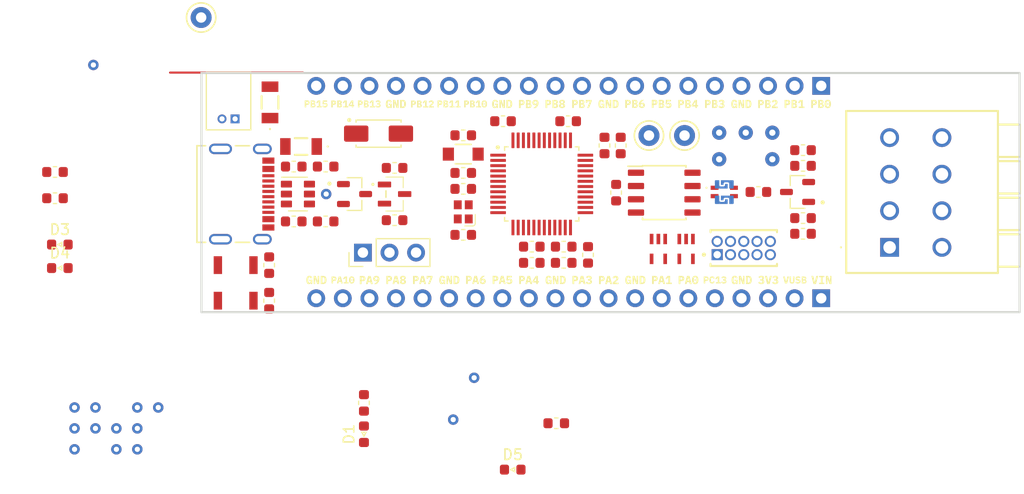
<source format=kicad_pcb>
(kicad_pcb (version 20221018) (generator pcbnew)
  (layers (0 "F.Cu" signal) (31 "B.Cu" signal) (34 "B.Paste" user) (35 "F.Paste" user) (36 "B.SilkS" user "B.Silkscreen") (37 "F.SilkS" user "F.Silkscreen") (38 "B.Mask" user) (39 "F.Mask" user) (44 "Edge.Cuts" user))
  (net 0 "")
  (net 1 "GND")
  (net 2 "+3V3")
  (net 3 "/PB5")
  (net 4 "/PB10")
  (net 5 "/PB11")
  (net 6 "/PB12")
  (net 7 "/PB13")
  (net 8 "Net-(U1-Vin)")
  (net 9 "Net-(C15-Pad1)")
  (net 10 "Net-(JP2-A)")
  (net 11 "Net-(JP1-B)")
  (net 12 "/nRESET")
  (net 13 "Net-(D1-Pad2)")
  (net 14 "+VIN")
  (net 15 "+VUSB")
  (net 16 "/DP_IN")
  (net 17 "/DN_IN")
  (net 18 "/USB_DN")
  (net 19 "/USB_DP")
  (net 20 "/NC{slash}TDI")
  (net 21 "/SWO{slash}TDO")
  (net 22 "/SWCLK{slash}TCLK")
  (net 23 "/UART_TX")
  (net 24 "/UART_RX")
  (net 25 "Net-(D3-Pad2)")
  (net 26 "Net-(D4-Pad2)")
  (net 27 "Net-(D5-Pad2)")
  (net 28 "Net-(J1-VBUS1)")
  (net 29 "Net-(JP1-A)")
  (net 30 "Net-(JP2-B)")
  (net 31 "/PC13")
  (net 32 "/OSC32_IN")
  (net 33 "/OSC32_OUT")
  (net 34 "/OSC_IN")
  (net 35 "/OSC_OUT")
  (net 36 "/PA0")
  (net 37 "/PA1")
  (net 38 "/PA4")
  (net 39 "/PA5")
  (net 40 "/PA6")
  (net 41 "/PA7")
  (net 42 "/PB0")
  (net 43 "/PB1")
  (net 44 "/PB2")
  (net 45 "/PB14")
  (net 46 "/PB15")
  (net 47 "/PA8")
  (net 48 "/PA9")
  (net 49 "/PA10")
  (net 50 "Net-(IC1-PA11)")
  (net 51 "Net-(IC1-PA12)")
  (net 52 "/SWDIO{slash}TMS")
  (net 53 "Net-(IC1-PA15)")
  (net 54 "/PB4")
  (net 55 "/CAN_SHDN")
  (net 56 "/CAN_STB")
  (net 57 "/CAN_RX{slash}BOOT")
  (net 58 "/CAN_TX")
  (net 59 "Net-(J3-Pin_2)")
  (net 60 "Net-(J1-CC1)")
  (net 62 "Net-(J1-CC2)")
  (net 64 "Net-(R11-Pad1)")
  (net 65 "Net-(R8-Pad1)")
  (footprint "kibuzzard-670C854F" (layer "F.Cu") (at 181.08 89.01)
    (fp_text reference "kibuzzard-670C854F" hide)
    (fp_text value "G***" hide)
  )
  (footprint "footprints:TestPoint_Hole_D1mm" (layer "F.Cu") (at 116.27 120.05)
    (fp_text reference "TP8" hide)
    (fp_text value "TestPoint_Probe")
    (pad "1" thru_hole circle (at 0 0) (size 1 1) (drill 0.5) (layers "*.Cu" "*.Mask") (net 21 "/SWO{slash}TDO"))
  )
  (footprint "footprints:TestPoint_Hole_D1mm" (layer "F.Cu") (at 112.27 118.05)
    (fp_text reference "TP1" hide)
    (fp_text value "TestPoint_Probe")
    (pad "1" thru_hole circle (at 0 0) (size 1 1) (drill 0.5) (layers "*.Cu" "*.Mask") (net 18 "/USB_DN"))
  )
  (footprint "footprints:R_0603_1608Metric" (layer "F.Cu") (at 181.8925 93.43 180)
    (fp_text reference "R11" hide)
    (fp_text value "R_60.4" hide)
    (pad "1" smd roundrect (at -0.7875 0 180) (size 0.875 0.95) (layers "F.Cu" "F.Paste" "F.Mask") (net 64 "Net-(R11-Pad1)"))
    (pad "2" smd roundrect (at 0.7875 0 180) (size 0.875 0.95) (layers "F.Cu" "F.Paste" "F.Mask") (net 9 "Net-(C15-Pad1)"))
  )
  (footprint "footprints:R_0603_1608Metric" (layer "F.Cu") (at 110.4025 98.03)
    (fp_text reference "R6" hide)
    (fp_text value "R_1k")
    (pad "1" smd roundrect (at -0.7875 0) (size 0.875 0.95) (layers "F.Cu" "F.Paste" "F.Mask") (net 46 "/PB15"))
    (pad "2" smd roundrect (at 0.7875 0) (size 0.875 0.95) (layers "F.Cu" "F.Paste" "F.Mask") (net 26 "Net-(D4-Pad2)"))
  )
  (footprint "footprints:C_0603_1608Metric" (layer "F.Cu") (at 177.63 97.43)
    (fp_text reference "C15" hide)
    (fp_text value "C_4.7uF" hide)
    (pad "1" smd roundrect (at -0.7875 0) (size 0.875 0.95) (layers "F.Cu" "F.Paste" "F.Mask") (net 9 "Net-(C15-Pad1)"))
    (pad "2" smd roundrect (at 0.7875 0) (size 0.875 0.95) (layers "F.Cu" "F.Paste" "F.Mask") (net 1 "GND"))
  )
  (footprint "kibuzzard-670C86BC" (layer "F.Cu") (at 158.25 105.85)
    (fp_text reference "kibuzzard-670C86BC" hide)
    (fp_text value "G***" hide)
  )
  (footprint "footprints:SOT95P237X111-3N" (layer "F.Cu") (at 139.03 97.63)
    (fp_text reference "D2" hide)
    (fp_text value "PMEG3005CT,215" hide)
    (pad "1" smd roundrect (at -1.06 -0.95) (size 1.23 0.6) (layers "F.Cu" "F.Paste" "F.Mask") (net 14 "+VIN"))
    (pad "2" smd roundrect (at -1.06 0.95) (size 1.23 0.6) (layers "F.Cu" "F.Paste" "F.Mask") (net 15 "+VUSB"))
    (pad "3" smd roundrect (at 1.06 0) (size 1.23 0.6) (layers "F.Cu" "F.Paste" "F.Mask") (net 8 "Net-(U1-Vin)"))
  )
  (footprint "footprints:SW_B3U-1000P_4.2x1.7mm" (layer "F.Cu") (at 129.37 104.43 180)
    (fp_text reference "SW1" hide)
    (fp_text value "SW_NO" hide)
    (pad "1" smd rect (at 0 0 180) (size 0.8 1.7) (layers "F.Cu" "F.Paste" "F.Mask") (net 12 "/nRESET"))
    (pad "2" smd rect (at 3.4 0 180) (size 0.8 1.7) (layers "F.Cu" "F.Paste" "F.Mask") (net 1 "GND"))
  )
  (footprint "kibuzzard-670C86CE" (layer "F.Cu") (at 148.09 105.85)
    (fp_text reference "kibuzzard-670C86CE" hide)
    (fp_text value "G***" hide)
  )
  (footprint "kibuzzard-670C86D3" (layer "F.Cu") (at 145.55 105.85)
    (fp_text reference "kibuzzard-670C86D3" hide)
    (fp_text value "G***" hide)
  )
  (footprint "footprints:C_0603_1608Metric" (layer "F.Cu") (at 149.42 92.01 180)
    (fp_text reference "C3" hide)
    (fp_text value "C_5.1uF" hide)
    (pad "1" smd roundrect (at -0.7875 0 180) (size 0.875 0.95) (layers "F.Cu" "F.Paste" "F.Mask") (net 32 "/OSC32_IN"))
    (pad "2" smd roundrect (at 0.7875 0 180) (size 0.875 0.95) (layers "F.Cu" "F.Paste" "F.Mask") (net 1 "GND"))
  )
  (footprint "TestPoint:TestPoint_Keystone_5000-5004_Miniature" (layer "F.Cu") (at 170.57 92.03)
    (fp_text reference "TP14" hide)
    (fp_text value "CANH" hide)
    (pad "1" thru_hole circle (at 0 0) (size 2 2) (drill 1) (layers "*.Cu" "*.Mask") (net 29 "Net-(JP1-A)"))
  )
  (footprint "kibuzzard-670C8690" (layer "F.Cu") (at 170.95 105.85)
    (fp_text reference "kibuzzard-670C8690" hide)
    (fp_text value "G***" hide)
  )
  (footprint "footprints:TestPoint_Hole_D1mm" (layer "F.Cu") (at 118.27 120.05)
    (fp_text reference "TP11" hide)
    (fp_text value "TestPoint_Probe")
    (pad "1" thru_hole circle (at 0 0) (size 1 1) (drill 0.5) (layers "*.Cu" "*.Mask") (net 57 "/CAN_RX{slash}BOOT"))
  )
  (footprint "footprints:C_0603_1608Metric" (layer "F.Cu") (at 181.8925 99.93)
    (fp_text reference "C17" hide)
    (fp_text value "C_100pF" hide)
    (pad "1" smd roundrect (at -0.7875 0) (size 0.875 0.95) (layers "F.Cu" "F.Paste" "F.Mask") (net 1 "GND"))
    (pad "2" smd roundrect (at 0.7875 0) (size 0.875 0.95) (layers "F.Cu" "F.Paste" "F.Mask") (net 10 "Net-(JP2-A)"))
  )
  (footprint "footprints:C_0603_1608Metric" (layer "F.Cu") (at 155.97 102.66 180)
    (fp_text reference "C13" hide)
    (fp_text value "C_100nF" hide)
    (pad "1" smd roundrect (at -0.7875 0 180) (size 0.875 0.95) (layers "F.Cu" "F.Paste" "F.Mask") (net 2 "+3V3"))
    (pad "2" smd roundrect (at 0.7875 0 180) (size 0.875 0.95) (layers "F.Cu" "F.Paste" "F.Mask") (net 1 "GND"))
  )
  (footprint "footprints:SOT95P237X111-3N" (layer "F.Cu") (at 181.37 97.43 180)
    (fp_text reference "D8" hide)
    (fp_text value "NUP2105LT1G" hide)
    (pad "1" smd roundrect (at -1.06 -0.95 180) (size 1.23 0.6) (layers "F.Cu" "F.Paste" "F.Mask") (net 10 "Net-(JP2-A)"))
    (pad "2" smd roundrect (at -1.06 0.95 180) (size 1.23 0.6) (layers "F.Cu" "F.Paste" "F.Mask") (net 11 "Net-(JP1-B)"))
    (pad "3" smd roundrect (at 1.06 0 180) (size 1.23 0.6) (layers "F.Cu" "F.Paste" "F.Mask") (net 1 "GND"))
  )
  (footprint "kibuzzard-670C86DC" (layer "F.Cu") (at 140.47 105.85)
    (fp_text reference "kibuzzard-670C86DC" hide)
    (fp_text value "G***" hide)
  )
  (footprint "footprints:ACM2012-201-2P-T002.kicad_mod" (layer "F.Cu") (at 174.3675 97.43)
    (fp_text reference "FL1" hide)
    (fp_text value "ACM2012" hide)
    (pad "1" smd rect (at -0.925 -0.4) (size 0.75 0.4) (layers "F.Cu" "F.Paste" "F.Mask") (net 29 "Net-(JP1-A)"))
    (pad "2" smd rect (at -0.925 0.4) (size 0.75 0.4) (layers "F.Cu" "F.Paste" "F.Mask") (net 30 "Net-(JP2-B)"))
    (pad "3" smd rect (at 0.925 0.4) (size 0.75 0.4) (layers "F.Cu" "F.Paste" "F.Mask") (net 10 "Net-(JP2-A)"))
    (pad "4" smd rect (at 0.925 -0.4) (size 0.75 0.4) (layers "F.Cu" "F.Paste" "F.Mask") (net 11 "Net-(JP1-B)"))
  )
  (footprint "TestPoint:TestPoint_Keystone_5000-5004_Miniature" (layer "F.Cu") (at 124.37 80.74)
    (fp_text reference "TP17" hide)
    (fp_text value "CANH" hide)
    (pad "1" thru_hole circle (at 0 0) (size 2 2) (drill 1) (layers "*.Cu" "*.Mask") (net 1 "GND"))
  )
  (footprint "footprints:SMAJ24A-13-F" (layer "F.Cu") (at 141.325 91.85)
    (fp_text reference "D7" hide)
    (fp_text value "SMAJ24A" hide)
    (pad "1" smd roundrect (at -2.135 0) (size 2.33 1.55) (layers "F.Cu" "F.Paste" "F.Mask") (roundrect_rratio 0.125) (net 14 "+VIN"))
    (pad "2" smd roundrect (at 2.135 0) (size 2.33 1.55) (layers "F.Cu" "F.Paste" "F.Mask") (roundrect_rratio 0.125) (net 1 "GND"))
  )
  (footprint "kibuzzard-670C864D" (layer "F.Cu") (at 148.06 89.01)
    (fp_text reference "kibuzzard-670C864D" hide)
    (fp_text value "G***" hide)
  )
  (footprint "footprints:C_0603_1608Metric" (layer "F.Cu") (at 149.42 101.535)
    (fp_text reference "C1" hide)
    (fp_text value "C_6.8uF" hide)
    (pad "1" smd roundrect (at -0.7875 0) (size 0.875 0.95) (layers "F.Cu" "F.Paste" "F.Mask") (net 1 "GND"))
    (pad "2" smd roundrect (at 0.7875 0) (size 0.875 0.95) (layers "F.Cu" "F.Paste" "F.Mask") (net 34 "/OSC_IN"))
  )
  (footprint "footprints:TestPoint_Hole_D1mm" (layer "F.Cu") (at 114.27 118.05)
    (fp_text reference "TP4" hide)
    (fp_text value "TestPoint_Probe")
    (pad "1" thru_hole circle (at 0 0) (size 1 1) (drill 0.5) (layers "*.Cu" "*.Mask") (net 52 "/SWDIO{slash}TMS"))
  )
  (footprint "TestPoint:TestPoint_Keystone_5000-5004_Miniature" (layer "F.Cu") (at 167.17 92.03)
    (fp_text reference "TP15" hide)
    (fp_text value "CANL" hide)
    (pad "1" thru_hole circle (at 0 0) (size 2 2) (drill 1) (layers "*.Cu" "*.Mask") (net 30 "Net-(JP2-B)"))
  )
  (footprint "footprints:R_0603_1608Metric" (layer "F.Cu") (at 133.22 95)
    (fp_text reference "R9" hide)
    (fp_text value "R_5.1k" hide)
    (pad "1" smd roundrect (at -0.7875 0) (size 0.875 0.95) (layers "F.Cu" "F.Paste" "F.Mask") (net 60 "Net-(J1-CC1)"))
    (pad "2" smd roundrect (at 0.7875 0) (size 0.875 0.95) (layers "F.Cu" "F.Paste" "F.Mask") (net 1 "GND"))
  )
  (footprint "kibuzzard-670C8662" (layer "F.Cu") (at 135.36 89.01)
    (fp_text reference "kibuzzard-670C8662" hide)
    (fp_text value "G***" hide)
  )
  (footprint "footprints:TestPoint_Hole_D1mm" (layer "F.Cu") (at 136.32 97.63)
    (fp_text reference "TP16" hide)
    (fp_text value "TestPoint_Probe" hide)
    (pad "1" thru_hole circle (at 0 0) (size 1 1) (drill 0.5) (layers "*.Cu" "*.Mask") (net 15 "+VUSB"))
  )
  (footprint "kibuzzard-670C866D" (layer "F.Cu") (at 183.65 105.85)
    (fp_text reference "kibuzzard-670C866D" hide)
    (fp_text value "G***" hide)
  )
  (footprint "footprints:R_0603_1608Metric" (layer "F.Cu") (at 130.87 107.83 90)
    (fp_text reference "R8" hide)
    (fp_text value "R_10k" hide)
    (pad "1" smd roundrect (at -0.7875 0 90) (size 0.875 0.95) (layers "F.Cu" "F.Paste" "F.Mask") (net 65 "Net-(R8-Pad1)"))
    (pad "2" smd roundrect (at 0.7875 0 90) (size 0.875 0.95) (layers "F.Cu" "F.Paste" "F.Mask") (net 57 "/CAN_RX{slash}BOOT"))
  )
  (footprint "kibuzzard-670C8577" (layer "F.Cu") (at 165.84 89.01)
    (fp_text reference "kibuzzard-670C8577" hide)
    (fp_text value "G***" hide)
  )
  (footprint "footprints:QFP50P900X900X160-48N" (layer "F.Cu") (at 156.92 96.66)
    (fp_text reference "IC1" hide)
    (fp_text value "STM32G431CBT6" hide)
    (pad "1" smd roundrect (at -4.17 -2.75) (size 1.49 0.28) (layers "F.Cu" "F.Paste" "F.Mask") (roundrect_rratio 0.125) (net 2 "+3V3"))
    (pad "2" smd roundrect (at -4.17 -2.25) (size 1.49 0.28) (layers "F.Cu" "F.Paste" "F.Mask") (roundrect_rratio 0.125) (net 31 "/PC13"))
    (pad "3" smd roundrect (at -4.17 -1.75) (size 1.49 0.28) (layers "F.Cu" "F.Paste" "F.Mask") (roundrect_rratio 0.125) (net 32 "/OSC32_IN"))
    (pad "4" smd roundrect (at -4.17 -1.25) (size 1.49 0.28) (layers "F.Cu" "F.Paste" "F.Mask") (roundrect_rratio 0.125) (net 33 "/OSC32_OUT"))
    (pad "5" smd roundrect (at -4.17 -0.75) (size 1.49 0.28) (layers "F.Cu" "F.Paste" "F.Mask") (roundrect_rratio 0.125) (net 34 "/OSC_IN"))
    (pad "6" smd roundrect (at -4.17 -0.25) (size 1.49 0.28) (layers "F.Cu" "F.Paste" "F.Mask") (roundrect_rratio 0.125) (net 35 "/OSC_OUT"))
    (pad "7" smd roundrect (at -4.17 0.25) (size 1.49 0.28) (layers "F.Cu" "F.Paste" "F.Mask") (roundrect_rratio 0.125) (net 12 "/nRESET"))
    (pad "8" smd roundrect (at -4.17 0.75) (size 1.49 0.28) (layers "F.Cu" "F.Paste" "F.Mask") (roundrect_rratio 0.125) (net 36 "/PA0"))
    (pad "9" smd roundrect (at -4.17 1.25) (size 1.49 0.28) (layers "F.Cu" "F.Paste" "F.Mask") (roundrect_rratio 0.125) (net 37 "/PA1"))
    (pad "10" smd roundrect (at -4.17 1.75) (size 1.49 0.28) (layers "F.Cu" "F.Paste" "F.Mask") (roundrect_rratio 0.125) (net 23 "/UART_TX"))
    (pad "11" smd roundrect (at -4.17 2.25) (size 1.49 0.28) (layers "F.Cu" "F.Paste" "F.Mask") (roundrect_rratio 0.125) (net 24 "/UART_RX"))
    (pad "12" smd roundrect (at -4.17 2.75) (size 1.49 0.28) (layers "F.Cu" "F.Paste" "F.Mask") (roundrect_rratio 0.125) (net 38 "/PA4"))
    (pad "13" smd roundrect (at -2.75 4.17) (size 0.28 1.49) (layers "F.Cu" "F.Paste" "F.Mask") (roundrect_rratio 0.125) (net 39 "/PA5"))
    (pad "14" smd roundrect (at -2.25 4.17) (size 0.28 1.49) (layers "F.Cu" "F.Paste" "F.Mask") (roundrect_rratio 0.125) (net 40 "/PA6"))
    (pad "15" smd roundrect (at -1.75 4.17) (size 0.28 1.49) (layers "F.Cu" "F.Paste" "F.Mask") (roundrect_rratio 0.125) (net 41 "/PA7"))
    (pad "16" smd roundrect (at -1.25 4.17) (size 0.28 1.49) (layers "F.Cu" "F.Paste" "F.Mask") (roundrect_rratio 0.125) (net 42 "/PB0"))
    (pad "17" smd roundrect (at -0.75 4.17) (size 0.28 1.49) (layers "F.Cu" "F.Paste" "F.Mask") (roundrect_rratio 0.125) (net 43 "/PB1"))
    (pad "18" smd roundrect (at -0.25 4.17) (size 0.28 1.49) (layers "F.Cu" "F.Paste" "F.Mask") (roundrect_rratio 0.125) (net 44 "/PB2"))
    (pad "19" smd roundrect (at 0.25 4.17) (size 0.28 1.49) (layers "F.Cu" "F.Paste" "F.Mask") (roundrect_rratio 0.125) (net 1 "GND"))
    (pad "20" smd roundrect (at 0.75 4.17) (size 0.28 1.49) (layers "F.Cu" "F.Paste" "F.Mask") (roundrect_rratio 0.125) (net 2 "+3V3"))
    (pad "21" smd roundrect (at 1.25 4.17) (size 0.28 1.49) (layers "F.Cu" "F.Paste" "F.Mask") (roundrect_rratio 0.125) (net 2 "+3V3"))
    (pad "22" smd roundrect (at 1.75 4.17) (size 0.28 1.49) (layers "F.Cu" "F.Paste" "F.Mask") (roundrect_rratio 0.125) (net 4 "/PB10"))
    (pad "23" smd roundrect (at 2.25 4.17) (size 0.28 1.49) (layers "F.Cu" "F.Paste" "F.Mask") (roundrect_rratio 0.125) (net 1 "GND"))
    (pad "24" smd roundrect (at 2.75 4.17) (size 0.28 1.49) (layers "F.Cu" "F.Paste" "F.Mask") (roundrect_rratio 0.125) (net 2 "+3V3"))
    (pad "25" smd roundrect (at 4.17 2.75) (size 1.49 0.28) (layers "F.Cu" "F.Paste" "F.Mask") (roundrect_rratio 0.125) (net 5 "/PB11"))
    (pad "26" smd roundrect (at 4.17 2.25) (size 1.49 0.28) (layers "F.Cu" "F.Paste" "F.Mask") (roundrect_rratio 0.125) (net 6 "/PB12"))
    (pad "27" smd roundrect (at 4.17 1.75) (size 1.49 0.28) (layers "F.Cu" "F.Paste" "F.Mask") (roundrect_rratio 0.125) (net 7 "/PB13"))
    (pad "28" smd roundrect (at 4.17 1.25) (size 1.49 0.28) (layers "F.Cu" "F.Paste" "F.Mask") (roundrect_rratio 0.125) (net 45 "/PB14"))
    (pad "29" smd roundrect (at 4.17 0.75) (size 1.49 0.28) (layers "F.Cu" "F.Paste" "F.Mask") (roundrect_rratio 0.125) (net 46 "/PB15"))
    (pad "30" smd roundrect (at 4.17 0.25) (size 1.49 0.28) (layers "F.Cu" "F.Paste" "F.Mask") (roundrect_rratio 0.125) (net 47 "/PA8"))
    (pad "31" smd roundrect (at 4.17 -0.25) (size 1.49 0.28) (layers "F.Cu" "F.Paste" "F.Mask") (roundrect_rratio 0.125) (net 48 "/PA9"))
    (pad "32" smd roundrect (at 4.17 -0.75) (size 1.49 0.28) (layers "F.Cu" "F.Paste" "F.Mask") (roundrect_rratio 0.125) (net 49 "/PA10"))
    (pad "33" smd roundrect (at 4.17 -1.25) (size 1.49 0.28) (layers "F.Cu" "F.Paste" "F.Mask") (roundrect_rratio 0.125) (net 50 "Net-(IC1-PA11)"))
    (pad "34" smd roundrect (at 4.17 -1.75) (size 1.49 0.28) (layers "F.Cu" "F.Paste" "F.Mask") (roundrect_rratio 0.125) (net 51 "Net-(IC1-PA12)"))
    (pad "35" smd roundrect (at 4.17 -2.25) (size 1.49 0.28) (layers "F.Cu" "F.Paste" "F.Mask") (roundrect_rratio 0.125) (net 1 "GND"))
    (pad "36" smd roundrect (at 4.17 -2.75) (size 1.49 0.28) (layers "F.Cu" "F.Paste" "F.Mask") (roundrect_rratio 0.125) (net 2 "+3V3"))
    (pad "37" smd roundrect (at 2.75 -4.17) (size 0.28 1.49) (layers "F.Cu" "F.Paste" "F.Mask") (roundrect_rratio 0.125) (net 52 "/SWDIO{slash}TMS"))
    (pad "38" smd roundrect (at 2.25 -4.17) (size 0.28 1.49) (layers "F.Cu" "F.Paste" "F.Mask") (roundrect_rratio 0.125) (net 22 "/SWCLK{slash}TCLK"))
    (pad "39" smd roundrect (at 1.75 -4.17) (size 0.28 1.49) (layers "F.Cu" "F.Paste" "F.Mask") (roundrect_rratio 0.125) (net 53 "Net-(IC1-PA15)"))
    (pad "40" smd roundrect (at 1.25 -4.17) (size 0.28 1.49) (layers "F.Cu" "F.Paste" "F.Mask") (roundrect_rratio 0.125) (net 21 "/SWO{slash}TDO"))
    (pad "41" smd roundrect (at 0.75 -4.17) (size 0.28 1.49) (layers "F.Cu" "F.Paste" "F.Mask") (roundrect_rratio 0.125) (net 54 "/PB4"))
    (pad "42" smd roundrect (at 0.25 -4.17) (size 0.28 1.49) (layers "F.Cu" "F.Paste" "F.Mask") (roundrect_rratio 0.125) (net 3 "/PB5"))
    (pad "43" smd roundrect (at -0.25 -4.17) (size 0.28 1.49) (layers "F.Cu" "F.Paste" "F.Mask") (roundrect_rratio 0.125) (net 55 "/CAN_SHDN"))
    (pad "44" smd roundrect (at -0.75 -4.17) (size 0.28 1.49) (layers "F.Cu" "F.Paste" "F.Mask") (roundrect_rratio 0.125) (net 56 "/CAN_STB"))
    (pad "45" smd roundrect (at -1.25 -4.17) (size 0.28 1.49) (layers "F.Cu" "F.Paste" "F.Mask") (roundrect_rratio 0.125) (net 57 "/CAN_RX{slash}BOOT"))
    (pad "46" smd roundrect (at -1.75 -4.17) (size 0.28 1.49) (layers "F.Cu" "F.Paste" "F.Mask") (roundrect_rratio 0.125) (net 58 "/CAN_TX"))
    (pad "47" smd roundrect (at -2.25 -4.17) (size 0.28 1.49) (layers "F.Cu" "F.Paste" "F.Mask") (roundrect_rratio 0.125) (net 1 "GND"))
    (pad "48" smd roundrect (at -2.75 -4.17) (size 0.28 1.49) (layers "F.Cu" "F.Paste" "F.Mask") (roundrect_rratio 0.125) (net 2 "+3V3"))
  )
  (footprint "footprints:26011104" (layer "F.Cu") (at 190.17 102.73 90)
    (fp_text reference "J2" hide)
    (fp_text value "2601-1104" hide)
    (pad "1" thru_hole rect (at 0 0 90) (size 1.8 1.8) (drill 1.2) (layers "*.Cu" "*.Mask") (net 1 "GND"))
    (pad "1" thru_hole circle (at 0 5 90) (size 1.8 1.8) (drill 1.2) (layers "*.Cu" "*.Mask") (net 1 "GND"))
    (pad "2" thru_hole circle (at 3.5 0 90) (size 1.8 1.8) (drill 1.2) (layers "*.Cu" "*.Mask") (net 10 "Net-(JP2-A)"))
    (pad "2" thru_hole circle (at 3.5 5 90) (size 1.8 1.8) (drill 1.2) (layers "*.Cu" "*.Mask") (net 10 "Net-(JP2-A)"))
    (pad "3" thru_hole circle (at 7 0 90) (size 1.8 1.8) (drill 1.2) (layers "*.Cu" "*.Mask") (net 11 "Net-(JP1-B)"))
    (pad "3" thru_hole circle (at 7 5 90) (size 1.8 1.8) (drill 1.2) (layers "*.Cu" "*.Mask") (net 11 "Net-(JP1-B)"))
    (pad "4" thru_hole circle (at 10.5 0 90) (size 1.8 1.8) (drill 1.2) (layers "*.Cu" "*.Mask") (net 15 "+VUSB"))
    (pad "4" thru_hole circle (at 10.5 5 90) (size 1.8 1.8) (drill 1.2) (layers "*.Cu" "*.Mask") (net 15 "+VUSB"))
  )
  (footprint "footprints:C_0603_1608Metric" (layer "F.Cu") (at 159.02 102.66)
    (fp_text reference "C19" hide)
    (fp_text value "C_100nF" hide)
    (pad "1" smd roundrect (at -0.7875 0) (size 0.875 0.95) (layers "F.Cu" "F.Paste" "F.Mask") (net 2 "+3V3"))
    (pad "2" smd roundrect (at 0.7875 0) (size 0.875 0.95) (layers "F.Cu" "F.Paste" "F.Mask") (net 1 "GND"))
  )
  (footprint "footprints:TestPoint_Hole_D1mm" (layer "F.Cu") (at 148.46 119.2075)
    (fp_text reference "TP6" hide)
    (fp_text value "TestPoint_Probe")
    (pad "1" thru_hole circle (at 0 0) (size 1 1) (drill 0.5) (layers "*.Cu" "*.Mask") (net 8 "Net-(U1-Vin)"))
  )
  (footprint "kibuzzard-670C86CA" (layer "F.Cu") (at 150.63 105.85)
    (fp_text reference "kibuzzard-670C86CA" hide)
    (fp_text value "G***" hide)
  )
  (footprint "kibuzzard-670C85A5" (layer "F.Cu") (at 153.14 89.01)
    (fp_text reference "kibuzzard-670C85A5" hide)
    (fp_text value "G***" hide)
  )
  (footprint "kibuzzard-670C86B8" (layer "F.Cu") (at 160.79 105.85)
    (fp_text reference "kibuzzard-670C86B8" hide)
    (fp_text value "G***" hide)
  )
  (footprint "footprints:C_0603_1608Metric" (layer "F.Cu") (at 155.97 104.21 180)
    (fp_text reference "C11" hide)
    (fp_text value "C_1uF" hide)
    (pad "1" smd roundrect (at -0.7875 0 180) (size 0.875 0.95) (layers "F.Cu" "F.Paste" "F.Mask") (net 2 "+3V3"))
    (pad "2" smd roundrect (at 0.7875 0 180) (size 0.875 0.95) (layers "F.Cu" "F.Paste" "F.Mask") (net 1 "GND"))
  )
  (footprint "kibuzzard-670C8587" (layer "F.Cu") (at 158.22 89.01)
    (fp_text reference "kibuzzard-670C8587" hide)
    (fp_text value "G***" hide)
  )
  (footprint "kibuzzard-670C856A" (layer "F.Cu") (at 173.46 89.01)
    (fp_text reference "kibuzzard-670C856A" hide)
    (fp_text value "G***" hide)
  )
  (footprint "kibuzzard-670C85A1" (layer "F.Cu") (at 155.68 89.01)
    (fp_text reference "kibuzzard-670C85A1" hide)
    (fp_text value "G***" hide)
  )
  (footprint "footprints:TestPoint_Hole_D1mm" (layer "F.Cu") (at 118.27 122.05)
    (fp_text reference "TP12" hide)
    (fp_text value "TestPoint_Probe")
    (pad "1" thru_hole circle (at 0 0) (size 1 1) (drill 0.5) (layers "*.Cu" "*.Mask") (net 58 "/CAN_TX"))
  )
  (footprint "kibuzzard-670C8682" (layer "F.Cu") (at 176.03 105.85)
    (fp_text reference "kibuzzard-670C8682" hide)
    (fp_text value "G***" hide)
  )
  (footprint "footprints:C_0603_1608Metric" (layer "F.Cu") (at 130.87 104.43 90)
    (fp_text reference "C12" hide)
    (fp_text value "C_100nF" hide)
    (pad "1" smd roundrect (at -0.7875 0 90) (size 0.875 0.95) (layers "F.Cu" "F.Paste" "F.Mask") (net 12 "/nRESET"))
    (pad "2" smd roundrect (at 0.7875 0 90) (size 0.875 0.95) (layers "F.Cu" "F.Paste" "F.Mask") (net 1 "GND"))
  )
  (footprint "Connector_PinHeader_2.54mm:PinHeader_1x03_P2.54mm_Vertical" (layer "F.Cu") (at 139.83 103.23 90)
    (fp_text reference "J7" hide)
    (fp_text value "Conn_01x03" hide)
    (pad "1" thru_hole rect (at 0 0 90) (size 1.7 1.7) (drill 1) (layers "*.Cu" "*.Mask") (net 1 "GND"))
    (pad "2" thru_hole oval (at 0 2.54 90) (size 1.7 1.7) (drill 1) (layers "*.Cu" "*.Mask") (net 23 "/UART_TX"))
    (pad "3" thru_hole oval (at 0 5.08 90) (size 1.7 1.7) (drill 1) (layers "*.Cu" "*.Mask") (net 24 "/UART_RX"))
  )
  (footprint "footprints:C_0603_1608Metric" (layer "F.Cu") (at 181.8925 94.93 180)
    (fp_text reference "C16" hide)
    (fp_text value "C_100pF" hide)
    (pad "1" smd roundrect (at -0.7875 0 180) (size 0.875 0.95) (layers "F.Cu" "F.Paste" "F.Mask") (net 11 "Net-(JP1-B)"))
    (pad "2" smd roundrect (at 0.7875 0 180) (size 0.875 0.95) (layers "F.Cu" "F.Paste" "F.Mask") (net 1 "GND"))
  )
  (footprint "footprints:C_0603_1608Metric" (layer "F.Cu") (at 162.92 92.985 90)
    (fp_text reference "C8" hide)
    (fp_text value "C_100nF" hide)
    (pad "1" smd roundrect (at -0.7875 0 90) (size 0.875 0.95) (layers "F.Cu" "F.Paste" "F.Mask") (net 2 "+3V3"))
    (pad "2" smd roundrect (at 0.7875 0 90) (size 0.875 0.95) (layers "F.Cu" "F.Paste" "F.Mask") (net 1 "GND"))
  )
  (footprint "kibuzzard-670C86E5" (layer "F.Cu") (at 137.93 105.85)
    (fp_text reference "kibuzzard-670C86E5" hide)
    (fp_text value "G***" hide)
  )
  (footprint "kibuzzard-670C86D7" (layer "F.Cu") (at 143.01 105.85)
    (fp_text reference "kibuzzard-670C86D7" hide)
    (fp_text value "G***" hide)
  )
  (footprint "kibuzzard-670C86B2" (layer "F.Cu") (at 163.33 105.85)
    (fp_text reference "kibuzzard-670C86B2" hide)
    (fp_text value "G***" hide)
  )
  (footprint "footprints:SOT323-5L" (layer "F.Cu") (at 170.72 102.8825)
    (fp_text reference "D10" hide)
    (fp_text value "ESDALC6V1W5" hide)
    (pad "1" smd rect (at 0.65 -0.9525) (size 0.35 1) (layers "F.Cu" "F.Paste" "F.Mask") (net 12 "/nRESET"))
    (pad "2" smd rect (at -0.65 -0.9525) (size 0.35 1) (layers "F.Cu" "F.Paste" "F.Mask") (net 1 "GND"))
    (pad "3" smd rect (at -0.65 0.9475) (size 0.35 1) (layers "F.Cu" "F.Paste" "F.Mask") (net 23 "/UART_TX"))
    (pad "4" smd rect (at 0.65 0.9475) (size 0.35 1) (layers "F.Cu" "F.Paste" "F.Mask") (net 24 "/UART_RX"))
    (pad "GND" smd rect (at 0 -0.9525) (size 0.35 1) (layers "F.Cu" "F.Paste" "F.Mask"))
  )
  (footprint "kibuzzard-670C857B" (layer "F.Cu") (at 163.3 89.01)
    (fp_text reference "kibuzzard-670C857B" hide)
    (fp_text value "G***" hide)
  )
  (footprint "footprints:TestPoint_Hole_D1mm" (layer "F.Cu") (at 118.27 118.05)
    (fp_text reference "TP10" hide)
    (fp_text value "TestPoint_Probe")
    (pad "1" thru_hole circle (at 0 0) (size 1 1) (drill 0.5) (layers "*.Cu" "*.Mask") (net 56 "/CAN_STB"))
  )
  (footprint "footprints:LED_0603_1608Metric" (layer "F.Cu") (at 139.93 120.6075 90)
    (fp_text reference "D1" (at 0 -1.43 90) (layer "F.SilkS"))
    (fp_text value "EAST16084WA1")
    (pad "1" smd roundrect (at -0.7875 0 90) (size 0.875 0.95) (layers "F.Cu" "F.Paste" "F.Mask") (net 1 "GND"))
    (pad "2" smd roundrect (at 0.7875 0 90) (size 0.875 0.95) (layers "F.Cu" "F.Paste" "F.Mask") (net 13 "Net-(D1-Pad2)"))
  )
  (footprint "footprints:MFNSMF02530X2" (layer "F.Cu") (at 130.95 88.86 90)
    (fp_text reference "F2" hide)
    (fp_text value "MF-NSMF025_30X-2" hide)
    (pad "1" smd rect (at -1.5 0 90) (size 1 1.6) (layers "F.Cu" "F.Paste" "F.Mask") (net 14 "+VIN"))
    (pad "2" smd rect (at 1.5 0 90) (size 1 1.6) (layers "F.Cu" "F.Paste" "F.Mask") (net 59 "Net-(J3-Pin_2)"))
  )
  (footprint "footprints:C_0603_1608Metric" (layer "F.Cu") (at 159.02 104.21)
    (fp_text reference "C18" hide)
    (fp_text value "C_1uF" hide)
    (pad "1" smd roundrect (at -0.7875 0) (size 0.875 0.95) (layers "F.Cu" "F.Paste" "F.Mask") (net 2 "+3V3"))
    (pad "2" smd roundrect (at 0.7875 0) (size 0.875 0.95) (layers "F.Cu" "F.Paste" "F.Mask") (net 1 "GND"))
  )
  (footprint "kibuzzard-670C864A" (layer "F.Cu") (at 145.52 89.01)
    (fp_text reference "kibuzzard-670C864A" hide)
    (fp_text value "G***" hide)
  )
  (footprint "footprints:SOT-23-6_OEM" (layer "F.Cu") (at 133.62 97.63)
    (fp_text reference "D6" hide)
    (fp_text value "USBLC6-2SC6" hide)
    (pad "1" smd roundrect (at -1.1 -0.95) (size 1.06 0.65) (layers "F.Cu" "F.Paste" "F.Mask") (roundrect_rratio 0.125) (net 16 "/DP_IN"))
    (pad "2" smd roundrect (at -1.1 0) (size 1.06 0.65) (layers "F.Cu" "F.Paste" "F.Mask") (roundrect_rratio 0.125) (net 1 "GND"))
    (pad "3" smd roundrect (at -1.1 0.95) (size 1.06 0.65) (layers "F.Cu" "F.Paste" "F.Mask") (roundrect_rratio 0.125) (net 17 "/DN_IN"))
    (pad "4" smd roundrect (at 1.1 0.95) (size 1.06 0.65) (layers "F.Cu" "F.Paste" "F.Mask") (roundrect_rratio 0.125) (net 18 "/USB_DN"))
    (pad "5" smd roundrect (at 1.1 0) (size 1.06 0.65) (layers "F.Cu" "F.Paste" "F.Mask") (roundrect_rratio 0.125) (net 15 "+VUSB"))
    (pad "6" smd roundrect (at 1.1 -0.95) (size 1.06 0.65) (layers "F.Cu" "F.Paste" "F.Mask") (roundrect_rratio 0.125) (net 19 "/USB_DP"))
  )
  (footprint "footprints:CON_530480210_MOL" (layer "F.Cu") (at 127.615 90.44 180)
    (fp_text reference "J3" hide)
    (fp_text value "PicoBlade" hide)
    (pad "1" thru_hole rect (at 0 0 180) (size 0.85 0.85) (drill 0.5) (layers "*.Cu" "*.Mask") (net 1 "GND"))
    (pad "2" thru_hole circle (at 1.25 0 180) (size 0.85 0.85) (drill 0.5) (layers "*.Cu" "*.Mask") (net 59 "Net-(J3-Pin_2)"))
  )
  (footprint "footprints:C_0603_1608Metric" (layer "F.Cu") (at 164.47 92.985 90)
    (fp_text reference "C5" hide)
    (fp_text value "C_10uF" hide)
    (pad "1" smd roundrect (at -0.7875 0 90) (size 0.875 0.95) (layers "F.Cu" "F.Paste" "F.Mask") (net 2 "+3V3"))
    (pad "2" smd roundrect (at 0.7875 0 90) (size 0.875 0.95) (layers "F.Cu" "F.Paste" "F.Mask") (net 1 "GND"))
  )
  (footprint "footprints:TestPoint_Hole_D1mm" (layer "F.Cu") (at 114.27 120.05)
    (fp_text reference "TP5" hide)
    (fp_text value "TestPoint_Probe")
    (pad "1" thru_hole circle (at 0 0) (size 1 1) (drill 0.5) (layers "*.Cu" "*.Mask") (net 22 "/SWCLK{slash}TCLK"))
  )
  (footprint "kibuzzard-670C8553" (layer "F.Cu") (at 178.54 89.01)
    (fp_text reference "kibuzzard-670C8553" hide)
    (fp_text value "G***" hide)
  )
  (footprint "footprints:R_0603_1608Metric" (layer "F.Cu") (at 136.27 100.25 180)
    (fp_text reference "R2" hide)
    (fp_text value "R_22" hide)
    (pad "1" smd roundrect (at -0.7875 0 180) (size 0.875 0.95) (layers "F.Cu" "F.Paste" "F.Mask") (net 50 "Net-(IC1-PA11)"))
    (pad "2" smd roundrect (at 0.7875 0 180) (size 0.875 0.95) (layers "F.Cu" "F.Paste" "F.Mask") (net 18 "/USB_DN"))
  )
  (footprint "kibuzzard-670C86E9" (layer "F.Cu") (at 135.39 105.85)
    (fp_text reference "kibuzzard-670C86E9" hide)
    (fp_text value "G***" hide)
  )
  (footprint "footprints:AP7375-33SA-7_DIO" (layer "F.Cu") (at 142.8575 97.63 -90)
    (fp_text reference "U1" hide)
    (fp_text value "AP7375-33SA-7" hide)
    (pad "1" smd roundrect (at -0.914999 0.9652 270) (size 0.5588 1.27) (layers "F.Cu" "F.Paste" "F.Mask") (roundrect_rratio 0.125) (net 8 "Net-(U1-Vin)"))
    (pad "2" smd roundrect (at 0.914999 0.9652 270) (size 0.5588 1.27) (layers "F.Cu" "F.Paste" "F.Mask") (roundrect_rratio 0.125) (net 2 "+3V3"))
    (pad "3" smd roundrect (at 0 -0.9652 270) (size 0.5588 1.27) (layers "F.Cu" "F.Paste" "F.Mask") (roundrect_rratio 0.125) (net 1 "GND"))
  )
  (footprint "footprints:TestPoint_Hole_D1mm" (layer "F.Cu") (at 120.27 118.05)
    (fp_text reference "TP13" hide)
    (fp_text value "TestPoint_Probe")
    (pad "1" thru_hole circle (at 0 0) (size 1 1) (drill 0.5) (layers "*.Cu" "*.Mask") (net 12 "/nRESET"))
  )
  (footprint "kibuzzard-670C8580" (layer "F.Cu") (at 160.76 89.01)
    (fp_text reference "kibuzzard-670C8580" hide)
    (fp_text value "G***" hide)
  )
  (footprint "kibuzzard-670C8688" (layer "F.Cu") (at 173.49 105.85)
    (fp_text reference "kibuzzard-670C8688" hide)
    (fp_text value "G***" hide)
  )
  (footprint "footprints:TestPoint_Hole_D1mm" (layer "F.Cu") (at 150.46 115.2075)
    (fp_text reference "TP7" hide)
    (fp_text value "TestPoint_Probe")
    (pad "1" thru_hole circle (at 0 0) (size 1 1) (drill 0.5) (layers "*.Cu" "*.Mask") (net 2 "+3V3"))
  )
  (footprint "kibuzzard-670C8572" (layer "F.Cu") (at 168.38 89.01)
    (fp_text reference "kibuzzard-670C8572" hide)
    (fp_text value "G***" hide)
  )
  (footprint "footprints:TestPoint_Hole_D1mm" (layer "F.Cu") (at 116.27 122.05)
    (fp_text reference "TP9" hide)
    (fp_text value "TestPoint_Probe")
    (pad "1" thru_hole circle (at 0 0) (size 1 1) (drill 0.5) (layers "*.Cu" "*.Mask") (net 55 "/CAN_SHDN"))
  )
  (footprint "footprints:C_0603_1608Metric" (layer "F.Cu") (at 164.03 97.495 90)
    (fp_text reference "C14" hide)
    (fp_text value "C_0.1uF" hide)
    (pad "1" smd roundrect (at -0.7875 0 90) (size 0.875 0.95) (layers "F.Cu" "F.Paste" "F.Mask") (net 2 "+3V3"))
    (pad "2" smd roundrect (at 0.7875 0 90) (size 0.875 0.95) (layers "F.Cu" "F.Paste" "F.Mask") (net 1 "GND"))
  )
  (footprint "kibuzzard-670C8654" (layer "F.Cu") (at 150.6 89.01)
    (fp_text reference "kibuzzard-670C8654" hide)
    (fp_text value "G***" hide)
  )
  (footprint "kibuzzard-670C86C0" (layer "F.Cu") (at 155.71 105.85)
    (fp_text reference "kibuzzard-670C86C0" hide)
    (fp_text value "G***" hide)
  )
  (footprint "footprints:MOLEX_2171790001" (layer "F.Cu") (at 127.37 97.63 -90)
    (fp_text reference "J1" hide)
    (fp_text value "2171790001" hide)
    (pad "A1B12" smd rect (at -3.2 -3.425 270) (size 0.59 1.15) (layers "F.Cu" "F.Paste") (net 1 "GND"))
    (pad "A4B9" smd rect (at -2.4 -3.425 270) (size 0.59 1.15) (layers "F.Cu" "F.Paste") (net 28 "Net-(J1-VBUS1)"))
    (pad "A5" smd rect (at -1.25 -3.425 270) (size 0.298 1.15) (layers "F.Cu" "F.Paste") (net 60 "Net-(J1-CC1)"))
    (pad "A6" smd rect (at -0.25 -3.425 270) (size 0.298 1.15) (layers "F.Cu" "F.Paste") (net 16 "/DP_IN"))
    (pad "A7" smd rect (at 0.25 -3.425 270) (size 0.298 1.15) (layers "F.Cu" "F.Paste") (net 17 "/DN_IN"))
    (pad "A8" smd rect (at 1.25 -3.425 270) (size 0.298 1.15) (layers "F.Cu" "F.Paste"))
    (pad "B1A12" smd rect (at 3.2 -3.425 270) (size 0.59 1.15) (layers "F.Cu" "F.Paste") (net 1 "GND"))
    (pad "B4A9" smd rect (at 2.4 -3.425 270) (size 0.59 1.15) (layers "F.Cu" "F.Paste") (net 28 "Net-(J1-VBUS1)"))
    (pad "B5" smd rect (at 1.75 -3.425 270) (size 0.298 1.15) (layers "F.Cu" "F.Paste") (net 62 "Net-(J1-CC2)"))
    (pad "B6" smd rect (at 0.75 -3.425 270) (size 0.298 1.15) (layers "F.Cu" "F.Paste") (net 16 "/DP_IN"))
    (pad "B7" smd rect (at -0.75 -3.425 270) (size 0.298 1.15) (layers "F.Cu" "F.Paste") (net 17 "/DN_IN"))
    (pad "B8" smd rect (at -1.75 -3.425 270) (size 0.298 1.15) (layers "F.Cu" "F.Paste"))
    (pad "SH1" thru_hole oval (at -4.32 1.15 270) (size 1 2.2) (drill oval 0.6 1.8) (layers "*.Cu" "*.Mask") (net 1 "GND"))
    (pad "SH2" thru_hole oval (at 4.32 1.15 270) (size 1 2.2) (drill oval 0.6 1.8) (layers "*.Cu" "*.Mask") (net 1 "GND"))
    (pad "SH3" thru_hole oval (at -4.32 -2.85 270) (size 1 1.8) (drill oval 0.6 1.4) (layers "*.Cu" "*.Mask") (net 1 "GND"))
    (pad "SH4" thru_hole oval (at 4.32 -2.85 270) (size 1 1.8) (drill oval 0.6 1.4) (layers "*.Cu" "*.Mask") (net 1 "GND"))
  )
  (footprint "footprints:R_0603_1608Metric" (layer "F.Cu") (at 110.4025 95.52)
    (fp_text reference "R5" hide)
    (fp_text value "R_1k")
    (pad "1" smd roundrect (at -0.7875 0) (size 0.875 0.95) (layers "F.Cu" "F.Paste" "F.Mask") (net 45 "/PB14"))
    (pad "2" smd roundrect (at 0.7875 0) (size 0.875 0.95) (layers "F.Cu" "F.Paste" "F.Mask") (net 25 "Net-(D3-Pad2)"))
  )
  (footprint "footprints:R_0603_1608Metric" (layer "F.Cu") (at 181.8925 101.43)
    (fp_text reference "R12" hide)
    (fp_text value "R_60.4" hide)
    (pad "1" smd roundrect (at -0.7875 0) (size 0.875 0.95) (layers "F.Cu" "F.Paste" "F.Mask") (net 9 "Net-(C15-Pad1)"))
    (pad "2" smd roundrect (at 0.7875 0) (size 0.875 0.95) (layers "F.Cu" "F.Paste" "F.Mask") (net 10 "Net-(JP2-A)"))
  )
  (footprint "footprints:C_0603_1608Metric" (layer "F.Cu") (at 142.8575 95.13)
    (fp_text reference "C9" hide)
    (fp_text value "C_1uF" hide)
    (pad "1" smd roundrect (at -0.7875 0) (size 0.875 0.95) (layers "F.Cu" "F.Paste" "F.Mask") (net 8 "Net-(U1-Vin)"))
    (pad "2" smd roundrect (at 0.7875 0) (size 0.875 0.95) (layers "F.Cu" "F.Paste" "F.Mask") (net 1 "GND"))
  )
  (footprint "footprints:SW_B3U-1000P_4.2x1.7mm" (layer "F.Cu") (at 129.37 107.83 180)
    (fp_text reference "SW2" hide)
    (fp_text value "SW_NO" hide)
    (pad "1" smd rect (at 0 0 180) (size 0.8 1.7) (layers "F.Cu" "F.Paste" "F.Mask") (net 65 "Net-(R8-Pad1)"))
    (pad "2" smd rect (at 3.4 0 180) (size 0.8 1.7) (layers "F.Cu" "F.Paste" "F.Mask") (net 1 "GND"))
  )
  (footprint "footprints:TestPoint_Hole_D1mm" (layer "F.Cu") (at 112.27 122.05)
    (fp_text reference "TP3" hide)
    (fp_text value "TestPoint_Probe")
    (pad "1" thru_hole circle (at 0 0) (size 1 1) (drill 0.5) (layers "*.Cu" "*.Mask") (net 20 "/NC{slash}TDI"))
  )
  (footprint "kibuzzard-670C8694" (layer "F.Cu") (at 168.41 105.85)
    (fp_text reference "kibuzzard-670C8694" hide)
    (fp_text value "G***" hide)
  )
  (footprint "footprints:MFNSMF02530X2" (layer "F.Cu") (at 133.92 93.08 180)
    (fp_text reference "F1" hide)
    (fp_text value "MF-NSMF025_30X-2" hide)
    (pad "1" smd rect (at -1.5 0 180) (size 1 1.6) (layers "F.Cu" "F.Paste" "F.Mask") (net 15 "+VUSB"))
    (pad "2" smd rect (at 1.5 0 180) (size 1 1.6) (layers "F.Cu" "F.Paste" "F.Mask") (net 28 "Net-(J1-VBUS1)"))
  )
  (footprint "footprints:LED_0603_1608Metric" (layer "F.Cu") (at 154.147 123.9945)
    (fp_text reference "D5" (at 0 -1.43) (layer "F.SilkS"))
    (fp_text value "EAST16084WA1")
    (pad "1" smd roundrect (at -0.7875 0) (size 0.875 0.95) (layers "F.Cu" "F.Paste" "F.Mask") (net 1 "GND"))
    (pad "2" smd roundrect (at 0.7875 0) (size 0.875 0.95) (layers "F.Cu" "F.Paste" "F.Mask") (net 27 "Net-(D5-Pad2)"))
  )
  (footprint "footprints:R_0603_1608Metric" (layer "F.Cu") (at 158.31 119.5575)
    (fp_text reference "R7" hide)
    (fp_text value "R_200")
    (pad "1" smd roundrect (at -0.7875 0) (size 0.875 0.95) (layers "F.Cu" "F.Paste" "F.Mask") (net 2 "+3V3"))
    (pad "2" smd roundrect (at 0.7875 0) (size 0.875 0.95) (layers "F.Cu" "F.Paste" "F.Mask") (net 27 "Net-(D5-Pad2)"))
  )
  (footprint "footprints:LED_0603_1608Metric" (layer "F.Cu") (at 110.8665 104.71)
    (fp_text reference "D4" (at 0 -1.43) (layer "F.SilkS"))
    (fp_text value "EAST16084WA1")
    (pad "1" smd roundrect (at -0.7875 0) (size 0.875 0.95) (layers "F.Cu" "F.Paste" "F.Mask") (net 1 "GND"))
    (pad "2" smd roundrect (at 0.7875 0) (size 0.875 0.95) (layers "F.Cu" "F.Paste" "F.Mask") (net 26 "Net-(D4-Pad2)"))
  )
  (footprint "kibuzzard-670C8674" (layer "F.Cu") (at 181.11 105.85)
    (fp_text reference "kibuzzard-670C8674" hide)
    (fp_text value "G***" hide)
  )
  (footprint "footprints:XTAL_MU00525_NDK" (layer "F.Cu") (at 149.42 93.81)
    (fp_text reference "Y1" hide)
    (fp_text value "32_768kHz" hide)
    (pad "1" smd rect (at -1.4224 0) (size 1.0668 1.2446) (layers "F.Cu" "F.Paste" "F.Mask") (net 33 "/OSC32_OUT"))
    (pad "2" smd rect (at 1.4224 0) (size 1.0668 1.2446) (layers "F.Cu" "F.Paste" "F.Mask") (net 32 "/OSC32_IN"))
  )
  (footprint "footprints:SOIC-8_3.9x4.9mm_Pitch1.27mm_OEM" (layer "F.Cu") (at 168.63 97.495)
    (fp_text reference "U2" hide)
    (fp_text value "TCAN3413DR" hide)
    (pad "1" smd roundrect (at -2.7 -1.905) (size 1.55 0.6) (layers "F.Cu" "F.Paste" "F.Mask") (roundrect_rratio 0.1666666667) (net 58 "/CAN_TX"))
    (pad "2" smd roundrect (at -2.7 -0.635) (size 1.55 0.6) (layers "F.Cu" "F.Paste" "F.Mask") (roundrect_rratio 0.1666666667) (net 1 "GND"))
    (pad "3" smd roundrect (at -2.7 0.635) (size 1.55 0.6) (layers "F.Cu" "F.Paste" "F.Mask") (roundrect_rratio 0.1666666667) (net 2 "+3V3"))
    (pad "4" smd roundrect (at -2.7 1.905) (size 1.55 0.6) (layers "F.Cu" "F.Paste" "F.Mask") (roundrect_rratio 0.1666666667) (net 57 "/CAN_RX{slash}BOOT"))
    (pad "5" smd roundrect (at 2.7 1.905) (size 1.55 0.6) (layers "F.Cu" "F.Paste" "F.Mask") (roundrect_rratio 0.1666666667) (net 55 "/CAN_SHDN"))
    (pad "6" smd roundrect (at 2.7 0.635) (size 1.55 0.6) (layers "F.Cu" "F.Paste" "F.Mask") (roundrect_rratio 0.1666666667) (net 30 "Net-(JP2-B)"))
    (pad "7" smd roundrect (at 2.7 -0.635) (size 1.55 0.6) (layers "F.Cu" "F.Paste" "F.Mask") (roundrect_rratio 0.1666666667) (net 29 "Net-(JP1-A)"))
    (pad "8" smd roundrect (at 2.7 -1.905) (size 1.55 0.6) (layers "F.Cu" "F.Paste" "F.Mask") (roundrect_rratio 0.1666666667) (net 56 "/CAN_STB"))
  )
  (footprint "kibuzzard-670C865B" (layer "F.Cu") (at 140.44 89.01)
    (fp_text reference "kibuzzard-670C865B" hide)
    (fp_text value "G***" hide)
  )
  (footprint "footprints:C_0603_1608Metric" (layer "F.Cu") (at 153.22 90.66 180)
    (fp_text reference "C7" hide)
    (fp_text value "C_100nF" hide)
    (pad "1" smd roundrect (at -0.7875 0 180) (size 0.875 0.95) (layers "F.Cu" "F.Paste" "F.Mask") (net 2 "+3V3"))
    (pad "2" smd roundrect (at 0.7875 0 180) (size 0.875 0.95) (layers "F.Cu" "F.Paste" "F.Mask") (net 1 "GND"))
  )
  (footprint "kibuzzard-670C8626" (layer "F.Cu") (at 142.98 89.01)
    (fp_text reference "kibuzzard-670C8626" hide)
    (fp_text value "G***" hide)
  )
  (footprint "kibuzzard-670C856D" (layer "F.Cu") (at 170.92 89.01)
    (fp_text reference "kibuzzard-670C856D" hide)
    (fp_text value "G***" hide)
  )
  (footprint "footprints:R_0603_1608Metric" (layer "F.Cu") (at 136.27 95)
    (fp_text reference "R3" hide)
    (fp_text value "R_22" hide)
    (pad "1" smd roundrect (at -0.7875 0) (size 0.875 0.95) (layers "F.Cu" "F.Paste" "F.Mask") (net 19 "/USB_DP"))
    (pad "2" smd roundrect (at 0.7875 0) (size 0.875 0.95) (layers "F.Cu" "F.Paste" "F.Mask") (net 51 "Net-(IC1-PA12)"))
  )
  (footprint "footprints:C_0603_1608Metric" (layer "F.Cu") (at 149.42 97.135)
    (fp_text reference "C2" hide)
    (fp_text value "C_6.8uF" hide)
    (pad "1" smd roundrect (at -0.7875 0) (size 0.875 0.95) (layers "F.Cu" "F.Paste" "F.Mask") (net 1 "GND"))
    (pad "2" smd roundrect (at 0.7875 0) (size 0.875 0.95) (layers "F.Cu" "F.Paste" "F.Mask") (net 35 "/OSC_OUT"))
  )
  (footprint "footprints:R_0603_1608Metric" (layer "F.Cu") (at 133.22 100.25)
    (fp_text reference "R10" hide)
    (fp_text value "R_5.1k" hide)
    (pad "1" smd roundrect (at -0.7875 0) (size 0.875 0.95) (layers "F.Cu" "F.Paste" "F.Mask") (net 62 "Net-(J1-CC2)"))
    (pad "2" smd roundrect (at 0.7875 0) (size 0.875 0.95) (layers "F.Cu" "F.Paste" "F.Mask") (net 1 "GND"))
  )
  (footprint "footprints:LED_0603_1608Metric" (layer "F.Cu") (at 110.8665 102.46)
    (fp_text reference "D3" (at 0 -1.43) (layer "F.SilkS"))
    (fp_text value "EAST16084WA1")
    (pad "1" smd roundrect (at -0.7875 0) (size 0.875 0.95) (layers "F.Cu" "F.Paste" "F.Mask") (net 1 "GND"))
    (pad "2" smd roundrect (at 0.7875 0) (size 0.875 0.95) (layers "F.Cu" "F.Paste" "F.Mask") (net 25 "Net-(D3-Pad2)"))
  )
  (footprint "footprints:TestPoint_Hole_D1mm" (layer "F.Cu") (at 114.07 85.28)
    (fp_text reference "TP18" hide)
    (fp_text value "TestPoint_Probe")
    (pad "1" thru_hole circle (at 0 0) (size 1 1) (drill 0.5) (layers "*.Cu" "*.Mask") (net 14 "+VIN"))
  )
  (footprint "footprints:C_0603_1608Metric" (layer "F.Cu") (at 142.8575 100.13)
    (fp_text reference "C10" hide)
    (fp_text value "C_10uF" hide)
    (pad "1" smd roundrect (at -0.7875 0) (size 0.875 0.95) (layers "F.Cu" "F.Paste" "F.Mask") (net 2 "+3V3"))
    (pad "2" smd roundrect (at 0.7875 0) (size 0.875 0.95) (layers "F.Cu" "F.Paste" "F.Mask") (net 1 "GND"))
  )
  (footprint "footprints:GW12LBP" (layer "F.Cu") (at 176.42 93.03 -90)
    (fp_text reference "SW3" hide)
    (fp_text value "GW12LBP" hide)
    (pad "1" thru_hole circle (at 1.27 -2.54 270) (size 1.362 1.362) (drill 0.6) (layers "*.Cu" "*.Mask"))
    (pad "3" thru_hole circle (at 1.27 2.54 270) (size 1.362 1.362) (drill 0.6) (layers "*.Cu" "*.Mask"))
    (pad "4" thru_hole circle (at -1.27 -2.54 270) (size 1.362 1.362) (drill 0.6) (layers "*.Cu" "*.Mask") (net 64 "Net-(R11-Pad1)"))
    (pad "5" thru_hole circle (at -1.27 0 270) (size 1.362 1.362) (drill 0.6) (layers "*.Cu" "*.Mask") (net 11 "Net-(JP1-B)"))
    (pad "6" thru_hole circle (at -1.27 2.54 270) (size 1.362 1.362) (drill 0.6) (layers "*.Cu" "*.Mask"))
  )
  (footprint "kibuzzard-670C7F9E" (layer "F.Cu") (at 183.62 89.01)
    (fp_text reference "kibuzzard-670C7F9E" hide)
    (fp_text value "G***" hide)
  )
  (footprint "kibuzzard-670C8641" (layer "F.Cu") (at 137.9 89.01)
    (fp_text reference "kibuzzard-670C8641" hide)
    (fp_text value "G***" hide)
  )
  (footprint "footprints:OSC_NX2016SA-24MHZ-EXS00A-CS10820" (layer "F.Cu") (at 149.42 99.335 180)
    (fp_text reference "Y2" hide)
    (fp_text value "24MHz" hide)
    (pad "1" smd rect (at -0.525 -0.675 180) (size 0.75 0.85) (layers "F.Cu" "F.Paste" "F.Mask") (net 34 "/OSC_IN"))
    (pad "2" smd rect (at -0.525 0.675 180) (size 0.75 0.85) (layers "F.Cu" "F.Paste" "F.Mask") (net 1 "GND"))
    (pad "3" smd rect (at 0.525 0.675 180) (size 0.75 0.85) (layers "F.Cu" "F.Paste" "F.Mask") (net 35 "/OSC_OUT"))
    (pad "4" smd rect (at 0.525 -0.675 180) (size 0.75 0.85) (layers "F.Cu" "F.Paste" "F.Mask") (net 1 "GND"))
  )
  (footprint "kibuzzard-670C86C5" (layer "F.Cu") (at 153.17 105.85)
    (fp_text reference "kibuzzard-670C86C5" hide)
    (fp_text value "G***" hide)
  )
  (footprint "footprints:C_0603_1608Metric" (layer "F.Cu") (at 149.42 95.61)
    (fp_text reference "C4" hide)
    (fp_text value "C_5.1uF" hide)
    (pad "1" smd roundrect (at -0.7875 0) (size 0.875 0.95) (layers "F.Cu" "F.Paste" "F.Mask") (net 1 "GND"))
    (pad "2" smd roundrect (at 0.7875 0) (size 0.875 0.95) (layers "F.Cu" "F.Paste" "F.Mask") (net 33 "/OSC32_OUT"))
  )
  (footprint "footprints:R_0603_1608Metric" (layer "F.Cu") (at 139.93 117.6075 90)
    (fp_text reference "R1" hide)
    (fp_text value "R_1k")
    (pad "1" smd roundrect (at -0.7875 0 90) (size 0.875 0.95) (layers "F.Cu" "F.Paste" "F.Mask") (net 15 "+VUSB"))
    (pad "2" smd roundrect (at 0.7875 0 90) (size 0.875 0.95) (layers "F.Cu" "F.Paste" "F.Mask") (net 13 "Net-(D1-Pad2)"))
  )
  (footprint "footprints:SOT323-5L" (layer "F.Cu") (at 168.07 102.8825)
    (fp_text reference "D9" hide)
    (fp_text value "ESDALC6V1W5" hide)
    (pad "1" smd rect (at 0.65 -0.9525) (size 0.35 1) (layers "F.Cu" "F.Paste" "F.Mask") (net 20 "/NC{slash}TDI"))
    (pad "2" smd rect (at -0.65 -0.9525) (size 0.35 1) (layers "F.Cu" "F.Paste" "F.Mask") (net 1 "GND"))
    (pad "3" smd rect (at -0.65 0.9475) (size 0.35 1) (layers "F.Cu" "F.Paste" "F.Mask") (net 21 "/SWO{slash}TDO"))
    (pad "4" smd rect (at 0.65 0.9475) (size 0.35 1) (layers "F.Cu" "F.Paste" "F.Mask") (net 22 "/SWCLK{slash}TCLK"))
    (pad "GND" smd rect (at 0 -0.9525) (size 0.35 1) (layers "F.Cu" "F.Paste" "F.Mask"))
  )
  (footprint "footprints:TestPoint_Hole_D1mm" (layer "F.Cu") (at 112.27 120.05)
    (fp_text reference "TP2" hide)
    (fp_text value "TestPoint_Probe")
    (pad "1" thru_hole circle (at 0 0) (size 1 1) (drill 0.5) (layers "*.Cu" "*.Mask") (net 19 "/USB_DP"))
  )
  (footprint "kibuzzard-670C8698" (layer "F.Cu") (at 165.87 105.85)
    (fp_text reference "kibuzzard-670C8698" hide)
    (fp_text value "G***" hide)
  )
  (footprint "kibuzzard-670C8559" (layer "F.Cu") (at 176 89.01)
    (fp_text reference "kibuzzard-670C8559" hide)
    (fp_text value "G***" hide)
  )
  (footprint "footprints:SAMTEC_FTSH-105-01-LM-D-K" (layer "F.Cu") (at 173.69 103.43)
    (fp_text reference "J4" hide)
    (fp_text value "Samtec FTSH" hide)
    (pad "1" thru_hole rect (at 0 0) (size 1.06 1.06) (drill 0.71) (layers "*.Cu" "*.Mask") (net 2 "+3V3"))
    (pad "2" thru_hole circle (at 0 -1.27) (size 1.06 1.06) (drill 0.71) (layers "*.Cu" "*.Mask") (net 52 "/SWDIO{slash}TMS"))
    (pad "3" thru_hole circle (at 1.27 0) (size 1.06 1.06) (drill 0.71) (layers "*.Cu" "*.Mask") (net 1 "GND"))
    (pad "4" thru_hole circle (at 1.27 -1.27) (size 1.06 1.06) (drill 0.71) (layers "*.Cu" "*.Mask") (net 22 "/SWCLK{slash}TCLK"))
    (pad "5" thru_hole circle (at 2.54 0) (size 1.06 1.06) (drill 0.71) (layers "*.Cu" "*.Mask") (net 1 "GND"))
    (pad "6" thru_hole circle (at 2.54 -1.27) (size 1.06 1.06) (drill 0.71) (layers "*.Cu" "*.Mask") (net 21 "/SWO{slash}TDO"))
    (pad "7" thru_hole circle (at 3.81 0) (size 1.06 1.06) (drill 0.71) (layers "*.Cu" "*.Mask"))
    (pad "8" thru_hole circle (at 3.81 -1.27) (size 1.06 1.06) (drill 0.71) (layers "*.Cu" "*.Mask") (net 20 "/NC{slash}TDI"))
    (pad "9" thru_hole circle (at 5.08 0) (size 1.06 1.06) (drill 0.71) (layers "*.Cu" "*.Mask") (net 1 "GND"))
    (pad "10" thru_hole circle (at 5.08 -1.27) (size 1.06 1.06) (drill 0.71) (layers "*.Cu" "*.Mask") (net 12 "/nRESET"))
  )
  (footprint "footprints:R_0603_1608Metric" (layer "F.Cu") (at 159.445 90.66 180)
    (fp_text reference "R4" hide)
    (fp_text value "R_47" hide)
    (pad "1" smd roundrect (at -0.7875 0 180) (size 0.875 0.95) (layers "F.Cu" "F.Paste" "F.Mask") (net 20 "/NC{slash}TDI"))
    (pad "2" smd roundrect (at 0.7875 0 180) (size 0.875 0.95) (layers "F.Cu" "F.Paste" "F.Mask") (net 53 "Net-(IC1-PA15)"))
  )
  (footprint "kibuzzard-670C8679" (layer "F.Cu") (at 178.57 105.85)
    (fp_text reference "kibuzzard-670C8679" hide)
    (fp_text value "G***" hide)
  )
  (footprint "footprints:C_0603_1608Metric" (layer "F.Cu") (at 161.345 103.4475 -90)
    (fp_text reference "C6" hide)
    (fp_text value "C_100nF" hide)
    (pad "1" smd roundrect (at -0.7875 0 270) (size 0.875 0.95) (layers "F.Cu" "F.Paste" "F.Mask") (net 2 "+3V3"))
    (pad "2" smd roundrect (at 0.7875 0 270) (size 0.875 0.95) (layers "F.Cu" "F.Paste" "F.Mask") (net 1 "GND"))
  )
  (footprint "footprints:SolderJumper-2_Open_Hooks0.8x1.8mm" (layer "B.Cu") (at 174.3675 98.18)
    (fp_text reference "JP2" hide)
    (fp_text value "Jumper" hide)
    (pad "1" smd custom (at -0.075 -0.3) (size 0.1 0.1) (layers "B.Cu" "B.Mask") (net 10 "Net-(JP2-A)") (options (clearance outline) (anchor circle)) (primitives (gr_poly (pts (xy 0.5515 -0.1) (xy -0.2485 -0.1) (arc (start -0.2485 0.345) (mid -0.247475 0.347475) (end -0.245 0.3485)) (arc (start -0.005 0.3485) (mid -0.002525 0.347475) (end -0.0015 0.345)) (arc (start -0.0015 0.255) (mid 0.044338 0.144338) (end 0.155 0.0985)) (arc (start 0.395 0.0985) (mid 0.505662 0.144338) (end 0.5515 0.255))) (width 0) (fill yes))))
    (pad "1" smd custom (at 0.65 0.05) (size 0.1 0.1) (layers "B.Cu" "B.Mask") (net 10 "Net-(JP2-A)") (options (clearance outline) (anchor circle)) (primitives (gr_poly (pts (xy -0.05 0.025) (xy -0.048097 0.034567) (xy -0.042678 0.042678) (xy -0.034567 0.048097) (xy -0.025 0.05) (xy 0.025 0.05) (xy 0.034567 0.048097) (xy 0.042678 0.042678) (xy 0.048097 0.034567) (xy 0.05 0.025) (xy 0.05 -0.025) (xy 0.048097 -0.034567) (xy 0.042678 -0.042678) (xy 0.034567 -0.048097) (xy 0.025 -0.05) (xy -0.025 -0.05) (xy -0.034567 -0.048097) (xy -0.042678 -0.042678) (xy -0.048097 -0.034567) (xy -0.05 -0.025)) (width 0) (fill yes)) (gr_poly (pts (xy -0.1735 -0.45) (xy -0.1735 0.35) (arc (start 0.17 0.35) (mid 0.226569 0.326569) (end 0.25 0.27)) (arc (start 0.25 -0.37) (mid 0.226569 -0.426569) (end 0.17 -0.45))) (width 0) (fill yes))))
    (pad "2" smd custom (at -0.65 0.025) (size 0.1 0.1) (layers "B.Cu" "B.Mask") (net 30 "Net-(JP2-B)") (options (clearance outline) (anchor circle)) (primitives (gr_poly (pts (xy -0.05 0.025) (xy -0.048097 0.034567) (xy -0.042678 0.042678) (xy -0.034567 0.048097) (xy -0.025 0.05) (xy 0.025 0.05) (xy 0.034567 0.048097) (xy 0.042678 0.042678) (xy 0.048097 0.034567) (xy 0.05 0.025) (xy 0.05 -0.025) (xy 0.048097 -0.034567) (xy 0.042678 -0.042678) (xy 0.034567 -0.048097) (xy 0.025 -0.05) (xy -0.025 -0.05) (xy -0.034567 -0.048097) (xy -0.042678 -0.042678) (xy -0.048097 -0.034567) (xy -0.05 -0.025)) (width 0) (fill yes)) (gr_poly (pts (xy 0.1735 0.375) (xy 0.1735 -0.425) (arc (start -0.17 -0.425) (mid -0.226569 -0.401569) (end -0.25 -0.345)) (arc (start -0.25 0.295) (mid -0.226569 0.351569) (end -0.17 0.375))) (width 0) (fill yes))))
    (pad "2" smd custom (at 0.125 0.275) (size 0.1 0.1) (layers "B.Cu" "B.Mask") (net 30 "Net-(JP2-B)") (options (clearance outline) (anchor circle)) (primitives (gr_poly (pts (arc (start -0.045 -0.3235) (mid -0.047475 -0.322475) (end -0.0485 -0.32)) (arc (start -0.0485 -0.23) (mid -0.094338 -0.119338) (end -0.205 -0.0735)) (arc (start -0.445 -0.0735) (mid -0.555662 -0.119338) (end -0.6015 -0.23)) (xy -0.6015 0.125) (xy 0.1985 0.125) (arc (start 0.1985 -0.32) (mid 0.197475 -0.322475) (end 0.195 -0.3235))) (width 0) (fill yes))))
  )
  (footprint "footprints:SolderJumper-2_Open_Hooks0.8x1.8mm" (layer "B.Cu") (at 174.3675 96.705 180)
    (fp_text reference "JP1" hide)
    (fp_text value "Jumper" hide)
    (pad "1" smd custom (at -0.075 -0.3 180) (size 0.1 0.1) (layers "B.Cu" "B.Mask") (net 29 "Net-(JP1-A)") (options (clearance outline) (anchor circle)) (primitives (gr_poly (pts (xy 0.5515 -0.1) (xy -0.2485 -0.1) (arc (start -0.2485 0.345) (mid -0.247475 0.347475) (end -0.245 0.3485)) (arc (start -0.005 0.3485) (mid -0.002525 0.347475) (end -0.0015 0.345)) (arc (start -0.0015 0.255) (mid 0.044338 0.144338) (end 0.155 0.0985)) (arc (start 0.395 0.0985) (mid 0.505662 0.144338) (end 0.5515 0.255))) (width 0) (fill yes))))
    (pad "1" smd custom (at 0.65 0.05 180) (size 0.1 0.1) (layers "B.Cu" "B.Mask") (net 29 "Net-(JP1-A)") (options (clearance outline) (anchor circle)) (primitives (gr_poly (pts (xy -0.05 0.025) (xy -0.048097 0.034567) (xy -0.042678 0.042678) (xy -0.034567 0.048097) (xy -0.025 0.05) (xy 0.025 0.05) (xy 0.034567 0.048097) (xy 0.042678 0.042678) (xy 0.048097 0.034567) (xy 0.05 0.025) (xy 0.05 -0.025) (xy 0.048097 -0.034567) (xy 0.042678 -0.042678) (xy 0.034567 -0.048097) (xy 0.025 -0.05) (xy -0.025 -0.05) (xy -0.034567 -0.048097) (xy -0.042678 -0.042678) (xy -0.048097 -0.034567) (xy -0.05 -0.025)) (width 0) (fill yes)) (gr_poly (pts (xy -0.1735 -0.45) (xy -0.1735 0.35) (arc (start 0.17 0.35) (mid 0.226569 0.326569) (end 0.25 0.27)) (arc (start 0.25 -0.37) (mid 0.226569 -0.426569) (end 0.17 -0.45))) (width 0) (fill yes))))
    (pad "2" smd custom (at -0.65 0.025 180) (size 0.1 0.1) (layers "B.Cu" "B.Mask") (net 11 "Net-(JP1-B)") (options (clearance outline) (anchor circle)) (primitives (gr_poly (pts (xy -0.05 0.025) (xy -0.048097 0.034567) (xy -0.042678 0.042678) (xy -0.034567 0.048097) (xy -0.025 0.05) (xy 0.025 0.05) (xy 0.034567 0.048097) (xy 0.042678 0.042678) (xy 0.048097 0.034567) (xy 0.05 0.025) (xy 0.05 -0.025) (xy 0.048097 -0.034567) (xy 0.042678 -0.042678) (xy 0.034567 -0.048097) (xy 0.025 -0.05) (xy -0.025 -0.05) (xy -0.034567 -0.048097) (xy -0.042678 -0.042678) (xy -0.048097 -0.034567) (xy -0.05 -0.025)) (width 0) (fill yes)) (gr_poly (pts (xy 0.1735 0.375) (xy 0.1735 -0.425) (arc (start -0.17 -0.425) (mid -0.226569 -0.401569) (end -0.25 -0.345)) (arc (start -0.25 0.295) (mid -0.226569 0.351569) (end -0.17 0.375))) (width 0) (fill yes))))
    (pad "2" smd custom (at 0.125 0.275 180) (size 0.1 0.1) (layers "B.Cu" "B.Mask") (net 11 "Net-(JP1-B)") (options (clearance outline) (anchor circle)) (primitives (gr_poly (pts (arc (start -0.045 -0.3235) (mid -0.047475 -0.322475) (end -0.0485 -0.32)) (arc (start -0.0485 -0.23) (mid -0.094338 -0.119338) (end -0.205 -0.0735)) (arc (start -0.445 -0.0735) (mid -0.555662 -0.119338) (end -0.6015 -0.23)) (xy -0.6015 0.125) (xy 0.1985 0.125) (arc (start 0.1985 -0.32) (mid 0.197475 -0.322475) (end 0.195 -0.3235))) (width 0) (fill yes))))
  )
  (footprint "Connector_PinHeader_2.54mm:PinHeader_1x20_P2.54mm_Vertical" (layer "B.Cu") (at 183.63 107.6 90)
    (fp_text reference "J5" hide)
    (fp_text value "20p Header" hide)
    (pad "1" thru_hole rect (at 0 0 90) (size 1.7 1.7) (drill 1) (layers "*.Cu" "*.Mask") (net 14 "+VIN"))
    (pad "2" thru_hole oval (at 0 -2.54 90) (size 1.7 1.7) (drill 1) (layers "*.Cu" "*.Mask") (net 15 "+VUSB"))
    (pad "3" thru_hole oval (at 0 -5.08 90) (size 1.7 1.7) (drill 1) (layers "*.Cu" "*.Mask") (net 2 "+3V3"))
    (pad "4" thru_hole oval (at 0 -7.62 90) (size 1.7 1.7) (drill 1) (layers "*.Cu" "*.Mask") (net 1 "GND"))
    (pad "5" thru_hole oval (at 0 -10.16 90) (size 1.7 1.7) (drill 1) (layers "*.Cu" "*.Mask") (net 31 "/PC13"))
    (pad "6" thru_hole oval (at 0 -12.7 90) (size 1.7 1.7) (drill 1) (layers "*.Cu" "*.Mask") (net 36 "/PA0"))
    (pad "7" thru_hole oval (at 0 -15.24 90) (size 1.7 1.7) (drill 1) (layers "*.Cu" "*.Mask") (net 37 "/PA1"))
    (pad "8" thru_hole oval (at 0 -17.78 90) (size 1.7 1.7) (drill 1) (layers "*.Cu" "*.Mask") (net 1 "GND"))
    (pad "9" thru_hole oval (at 0 -20.32 90) (size 1.7 1.7) (drill 1) (layers "*.Cu" "*.Mask") (net 23 "/UART_TX"))
    (pad "10" thru_hole oval (at 0 -22.86 90) (size 1.7 1.7) (drill 1) (layers "*.Cu" "*.Mask") (net 24 "/UART_RX"))
    (pad "11" thru_hole oval (at 0 -25.4 90) (size 1.7 1.7) (drill 1) (layers "*.Cu" "*.Mask") (net 1 "GND"))
    (pad "12" thru_hole oval (at 0 -27.94 90) (size 1.7 1.7) (drill 1) (layers "*.Cu" "*.Mask") (net 38 "/PA4"))
    (pad "13" thru_hole oval (at 0 -30.48 90) (size 1.7 1.7) (drill 1) (layers "*.Cu" "*.Mask") (net 39 "/PA5"))
    (pad "14" thru_hole oval (at 0 -33.02 90) (size 1.7 1.7) (drill 1) (layers "*.Cu" "*.Mask") (net 40 "/PA6"))
    (pad "15" thru_hole oval (at 0 -35.56 90) (size 1.7 1.7) (drill 1) (layers "*.Cu" "*.Mask") (net 1 "GND"))
    (pad "16" thru_hole oval (at 0 -38.1 90) (size 1.7 1.7) (drill 1) (layers "*.Cu" "*.Mask") (net 41 "/PA7"))
    (pad "17" thru_hole oval (at 0 -40.64 90) (size 1.7 1.7) (drill 1) (layers "*.Cu" "*.Mask") (net 47 "/PA8"))
    (pad "18" thru_hole oval (at 0 -43.18 90) (size 1.7 1.7) (drill 1) (layers "*.Cu" "*.Mask") (net 48 "/PA9"))
    (pad "19" thru_hole oval (at 0 -45.72 90) (size 1.7 1.7) (drill 1) (layers "*.Cu" "*.Mask") (net 49 "/PA10"))
    (pad "20" thru_hole oval (at 0 -48.26 90) (size 1.7 1.7) (drill 1) (layers "*.Cu" "*.Mask") (net 1 "GND"))
  )
  (footprint "Connector_PinHeader_2.54mm:PinHeader_1x20_P2.54mm_Vertical" (layer "B.Cu") (at 183.63 87.28 90)
    (fp_text reference "J6" hide)
    (fp_text value "20p Header" hide)
    (pad "1" thru_hole rect (at 0 0 90) (size 1.7 1.7) (drill 1) (layers "*.Cu" "*.Mask") (net 42 "/PB0"))
    (pad "2" thru_hole oval (at 0 -2.54 90) (size 1.7 1.7) (drill 1) (layers "*.Cu" "*.Mask") (net 43 "/PB1"))
    (pad "3" thru_hole oval (at 0 -5.08 90) (size 1.7 1.7) (drill 1) (layers "*.Cu" "*.Mask") (net 44 "/PB2"))
    (pad "4" thru_hole oval (at 0 -7.62 90) (size 1.7 1.7) (drill 1) (layers "*.Cu" "*.Mask") (net 1 "GND"))
    (pad "5" thru_hole oval (at 0 -10.16 90) (size 1.7 1.7) (drill 1) (layers "*.Cu" "*.Mask") (net 21 "/SWO{slash}TDO"))
    (pad "6" thru_hole oval (at 0 -12.7 90) (size 1.7 1.7) (drill 1) (layers "*.Cu" "*.Mask") (net 54 "/PB4"))
    (pad "7" thru_hole oval (at 0 -15.24 90) (size 1.7 1.7) (drill 1) (layers "*.Cu" "*.Mask") (net 3 "/PB5"))
    (pad "8" thru_hole oval (at 0 -17.78 90) (size 1.7 1.7) (drill 1) (layers "*.Cu" "*.Mask") (net 55 "/CAN_SHDN"))
    (pad "9" thru_hole oval (at 0 -20.32 90) (size 1.7 1.7) (drill 1) (layers "*.Cu" "*.Mask") (net 1 "GND"))
    (pad "10" thru_hole oval (at 0 -22.86 90) (size 1.7 1.7) (drill 1) (layers "*.Cu" "*.Mask") (net 56 "/CAN_STB"))
    (pad "11" thru_hole oval (at 0 -25.4 90) (size 1.7 1.7) (drill 1) (layers "*.Cu" "*.Mask") (net 57 "/CAN_RX{slash}BOOT"))
    (pad "12" thru_hole oval (at 0 -27.94 90) (size 1.7 1.7) (drill 1) (layers "*.Cu" "*.Mask") (net 58 "/CAN_TX"))
    (pad "13" thru_hole oval (at 0 -30.48 90) (size 1.7 1.7) (drill 1) (layers "*.Cu" "*.Mask") (net 1 "GND"))
    (pad "14" thru_hole oval (at 0 -33.02 90) (size 1.7 1.7) (drill 1) (layers "*.Cu" "*.Mask") (net 4 "/PB10"))
    (pad "15" thru_hole oval (at 0 -35.56 90) (size 1.7 1.7) (drill 1) (layers "*.Cu" "*.Mask") (net 5 "/PB11"))
    (pad "16" thru_hole oval (at 0 -38.1 90) (size 1.7 1.7) (drill 1) (layers "*.Cu" "*.Mask") (net 6 "/PB12"))
    (pad "17" thru_hole oval (at 0 -40.64 90) (size 1.7 1.7) (drill 1) (layers "*.Cu" "*.Mask") (net 1 "GND"))
    (pad "18" thru_hole oval (at 0 -43.18 90) (size 1.7 1.7) (drill 1) (layers "*.Cu" "*.Mask") (net 7 "/PB13"))
    (pad "19" thru_hole oval (at 0 -45.72 90) (size 1.7 1.7) (drill 1) (layers "*.Cu" "*.Mask") (net 45 "/PB14"))
    (pad "20" thru_hole oval (at 0 -48.26 90) (size 1.7 1.7) (drill 1) (layers "*.Cu" "*.Mask") (net 46 "/PB15"))
  )
  (gr_line (start 134.1 86.01) (end 121.4 86.01) (stroke (width 0.2)) (layer "F.Cu"))
  (gr_rect (start 124.4 86.05) (end 202.59 108.93) (stroke (width 0.2)) (fill none) (layer "Edge.Cuts"))
)
</source>
